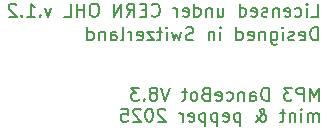
<source format=gbo>
G04 #@! TF.GenerationSoftware,KiCad,Pcbnew,7.0.11-7.0.11~ubuntu22.04.1*
G04 #@! TF.CreationDate,2025-03-19T11:11:56+01:00*
G04 #@! TF.ProjectId,dancebots-pcb,64616e63-6562-46f7-9473-2d7063622e6b,v8.3*
G04 #@! TF.SameCoordinates,Original*
G04 #@! TF.FileFunction,Legend,Bot*
G04 #@! TF.FilePolarity,Positive*
%FSLAX46Y46*%
G04 Gerber Fmt 4.6, Leading zero omitted, Abs format (unit mm)*
G04 Created by KiCad (PCBNEW 7.0.11-7.0.11~ubuntu22.04.1) date 2025-03-19 11:11:56*
%MOMM*%
%LPD*%
G01*
G04 APERTURE LIST*
%ADD10C,0.170000*%
%ADD11C,2.000000*%
%ADD12R,1.700000X1.700000*%
%ADD13C,1.700000*%
%ADD14R,1.800000X1.800000*%
%ADD15C,1.800000*%
%ADD16R,2.000000X2.000000*%
%ADD17C,2.100000*%
%ADD18O,2.000000X1.600000*%
%ADD19O,1.600000X2.000000*%
%ADD20O,1.800000X2.000000*%
%ADD21O,2.000000X1.800000*%
%ADD22O,2.032000X2.540000*%
%ADD23R,1.600000X2.400000*%
%ADD24O,1.600000X2.400000*%
%ADD25R,2.400000X1.600000*%
%ADD26O,2.400000X1.600000*%
%ADD27R,2.000000X3.000000*%
%ADD28O,2.000000X3.000000*%
G04 APERTURE END LIST*
D10*
X136102443Y-106500040D02*
X136626253Y-106500040D01*
X136626253Y-106500040D02*
X136626253Y-105400040D01*
X135735777Y-106500040D02*
X135735777Y-105766707D01*
X135735777Y-105400040D02*
X135788158Y-105452421D01*
X135788158Y-105452421D02*
X135735777Y-105504802D01*
X135735777Y-105504802D02*
X135683396Y-105452421D01*
X135683396Y-105452421D02*
X135735777Y-105400040D01*
X135735777Y-105400040D02*
X135735777Y-105504802D01*
X134740538Y-106447660D02*
X134845300Y-106500040D01*
X134845300Y-106500040D02*
X135054824Y-106500040D01*
X135054824Y-106500040D02*
X135159586Y-106447660D01*
X135159586Y-106447660D02*
X135211967Y-106395279D01*
X135211967Y-106395279D02*
X135264348Y-106290517D01*
X135264348Y-106290517D02*
X135264348Y-105976231D01*
X135264348Y-105976231D02*
X135211967Y-105871469D01*
X135211967Y-105871469D02*
X135159586Y-105819088D01*
X135159586Y-105819088D02*
X135054824Y-105766707D01*
X135054824Y-105766707D02*
X134845300Y-105766707D01*
X134845300Y-105766707D02*
X134740538Y-105819088D01*
X133850062Y-106447660D02*
X133954824Y-106500040D01*
X133954824Y-106500040D02*
X134164348Y-106500040D01*
X134164348Y-106500040D02*
X134269110Y-106447660D01*
X134269110Y-106447660D02*
X134321491Y-106342898D01*
X134321491Y-106342898D02*
X134321491Y-105923850D01*
X134321491Y-105923850D02*
X134269110Y-105819088D01*
X134269110Y-105819088D02*
X134164348Y-105766707D01*
X134164348Y-105766707D02*
X133954824Y-105766707D01*
X133954824Y-105766707D02*
X133850062Y-105819088D01*
X133850062Y-105819088D02*
X133797681Y-105923850D01*
X133797681Y-105923850D02*
X133797681Y-106028612D01*
X133797681Y-106028612D02*
X134321491Y-106133374D01*
X133326253Y-105766707D02*
X133326253Y-106500040D01*
X133326253Y-105871469D02*
X133273872Y-105819088D01*
X133273872Y-105819088D02*
X133169110Y-105766707D01*
X133169110Y-105766707D02*
X133011967Y-105766707D01*
X133011967Y-105766707D02*
X132907205Y-105819088D01*
X132907205Y-105819088D02*
X132854824Y-105923850D01*
X132854824Y-105923850D02*
X132854824Y-106500040D01*
X132383396Y-106447660D02*
X132278634Y-106500040D01*
X132278634Y-106500040D02*
X132069110Y-106500040D01*
X132069110Y-106500040D02*
X131964348Y-106447660D01*
X131964348Y-106447660D02*
X131911967Y-106342898D01*
X131911967Y-106342898D02*
X131911967Y-106290517D01*
X131911967Y-106290517D02*
X131964348Y-106185755D01*
X131964348Y-106185755D02*
X132069110Y-106133374D01*
X132069110Y-106133374D02*
X132226253Y-106133374D01*
X132226253Y-106133374D02*
X132331015Y-106080993D01*
X132331015Y-106080993D02*
X132383396Y-105976231D01*
X132383396Y-105976231D02*
X132383396Y-105923850D01*
X132383396Y-105923850D02*
X132331015Y-105819088D01*
X132331015Y-105819088D02*
X132226253Y-105766707D01*
X132226253Y-105766707D02*
X132069110Y-105766707D01*
X132069110Y-105766707D02*
X131964348Y-105819088D01*
X131021491Y-106447660D02*
X131126253Y-106500040D01*
X131126253Y-106500040D02*
X131335777Y-106500040D01*
X131335777Y-106500040D02*
X131440539Y-106447660D01*
X131440539Y-106447660D02*
X131492920Y-106342898D01*
X131492920Y-106342898D02*
X131492920Y-105923850D01*
X131492920Y-105923850D02*
X131440539Y-105819088D01*
X131440539Y-105819088D02*
X131335777Y-105766707D01*
X131335777Y-105766707D02*
X131126253Y-105766707D01*
X131126253Y-105766707D02*
X131021491Y-105819088D01*
X131021491Y-105819088D02*
X130969110Y-105923850D01*
X130969110Y-105923850D02*
X130969110Y-106028612D01*
X130969110Y-106028612D02*
X131492920Y-106133374D01*
X130026253Y-106500040D02*
X130026253Y-105400040D01*
X130026253Y-106447660D02*
X130131015Y-106500040D01*
X130131015Y-106500040D02*
X130340539Y-106500040D01*
X130340539Y-106500040D02*
X130445301Y-106447660D01*
X130445301Y-106447660D02*
X130497682Y-106395279D01*
X130497682Y-106395279D02*
X130550063Y-106290517D01*
X130550063Y-106290517D02*
X130550063Y-105976231D01*
X130550063Y-105976231D02*
X130497682Y-105871469D01*
X130497682Y-105871469D02*
X130445301Y-105819088D01*
X130445301Y-105819088D02*
X130340539Y-105766707D01*
X130340539Y-105766707D02*
X130131015Y-105766707D01*
X130131015Y-105766707D02*
X130026253Y-105819088D01*
X128192920Y-105766707D02*
X128192920Y-106500040D01*
X128664349Y-105766707D02*
X128664349Y-106342898D01*
X128664349Y-106342898D02*
X128611968Y-106447660D01*
X128611968Y-106447660D02*
X128507206Y-106500040D01*
X128507206Y-106500040D02*
X128350063Y-106500040D01*
X128350063Y-106500040D02*
X128245301Y-106447660D01*
X128245301Y-106447660D02*
X128192920Y-106395279D01*
X127669111Y-105766707D02*
X127669111Y-106500040D01*
X127669111Y-105871469D02*
X127616730Y-105819088D01*
X127616730Y-105819088D02*
X127511968Y-105766707D01*
X127511968Y-105766707D02*
X127354825Y-105766707D01*
X127354825Y-105766707D02*
X127250063Y-105819088D01*
X127250063Y-105819088D02*
X127197682Y-105923850D01*
X127197682Y-105923850D02*
X127197682Y-106500040D01*
X126202444Y-106500040D02*
X126202444Y-105400040D01*
X126202444Y-106447660D02*
X126307206Y-106500040D01*
X126307206Y-106500040D02*
X126516730Y-106500040D01*
X126516730Y-106500040D02*
X126621492Y-106447660D01*
X126621492Y-106447660D02*
X126673873Y-106395279D01*
X126673873Y-106395279D02*
X126726254Y-106290517D01*
X126726254Y-106290517D02*
X126726254Y-105976231D01*
X126726254Y-105976231D02*
X126673873Y-105871469D01*
X126673873Y-105871469D02*
X126621492Y-105819088D01*
X126621492Y-105819088D02*
X126516730Y-105766707D01*
X126516730Y-105766707D02*
X126307206Y-105766707D01*
X126307206Y-105766707D02*
X126202444Y-105819088D01*
X125259587Y-106447660D02*
X125364349Y-106500040D01*
X125364349Y-106500040D02*
X125573873Y-106500040D01*
X125573873Y-106500040D02*
X125678635Y-106447660D01*
X125678635Y-106447660D02*
X125731016Y-106342898D01*
X125731016Y-106342898D02*
X125731016Y-105923850D01*
X125731016Y-105923850D02*
X125678635Y-105819088D01*
X125678635Y-105819088D02*
X125573873Y-105766707D01*
X125573873Y-105766707D02*
X125364349Y-105766707D01*
X125364349Y-105766707D02*
X125259587Y-105819088D01*
X125259587Y-105819088D02*
X125207206Y-105923850D01*
X125207206Y-105923850D02*
X125207206Y-106028612D01*
X125207206Y-106028612D02*
X125731016Y-106133374D01*
X124735778Y-106500040D02*
X124735778Y-105766707D01*
X124735778Y-105976231D02*
X124683397Y-105871469D01*
X124683397Y-105871469D02*
X124631016Y-105819088D01*
X124631016Y-105819088D02*
X124526254Y-105766707D01*
X124526254Y-105766707D02*
X124421492Y-105766707D01*
X122588159Y-106395279D02*
X122640540Y-106447660D01*
X122640540Y-106447660D02*
X122797683Y-106500040D01*
X122797683Y-106500040D02*
X122902445Y-106500040D01*
X122902445Y-106500040D02*
X123059588Y-106447660D01*
X123059588Y-106447660D02*
X123164350Y-106342898D01*
X123164350Y-106342898D02*
X123216731Y-106238136D01*
X123216731Y-106238136D02*
X123269112Y-106028612D01*
X123269112Y-106028612D02*
X123269112Y-105871469D01*
X123269112Y-105871469D02*
X123216731Y-105661945D01*
X123216731Y-105661945D02*
X123164350Y-105557183D01*
X123164350Y-105557183D02*
X123059588Y-105452421D01*
X123059588Y-105452421D02*
X122902445Y-105400040D01*
X122902445Y-105400040D02*
X122797683Y-105400040D01*
X122797683Y-105400040D02*
X122640540Y-105452421D01*
X122640540Y-105452421D02*
X122588159Y-105504802D01*
X122116731Y-105923850D02*
X121750064Y-105923850D01*
X121592921Y-106500040D02*
X122116731Y-106500040D01*
X122116731Y-106500040D02*
X122116731Y-105400040D01*
X122116731Y-105400040D02*
X121592921Y-105400040D01*
X120492921Y-106500040D02*
X120859588Y-105976231D01*
X121121493Y-106500040D02*
X121121493Y-105400040D01*
X121121493Y-105400040D02*
X120702445Y-105400040D01*
X120702445Y-105400040D02*
X120597683Y-105452421D01*
X120597683Y-105452421D02*
X120545302Y-105504802D01*
X120545302Y-105504802D02*
X120492921Y-105609564D01*
X120492921Y-105609564D02*
X120492921Y-105766707D01*
X120492921Y-105766707D02*
X120545302Y-105871469D01*
X120545302Y-105871469D02*
X120597683Y-105923850D01*
X120597683Y-105923850D02*
X120702445Y-105976231D01*
X120702445Y-105976231D02*
X121121493Y-105976231D01*
X120021493Y-106500040D02*
X120021493Y-105400040D01*
X120021493Y-105400040D02*
X119392921Y-106500040D01*
X119392921Y-106500040D02*
X119392921Y-105400040D01*
X117821493Y-105400040D02*
X117611969Y-105400040D01*
X117611969Y-105400040D02*
X117507207Y-105452421D01*
X117507207Y-105452421D02*
X117402445Y-105557183D01*
X117402445Y-105557183D02*
X117350064Y-105766707D01*
X117350064Y-105766707D02*
X117350064Y-106133374D01*
X117350064Y-106133374D02*
X117402445Y-106342898D01*
X117402445Y-106342898D02*
X117507207Y-106447660D01*
X117507207Y-106447660D02*
X117611969Y-106500040D01*
X117611969Y-106500040D02*
X117821493Y-106500040D01*
X117821493Y-106500040D02*
X117926255Y-106447660D01*
X117926255Y-106447660D02*
X118031017Y-106342898D01*
X118031017Y-106342898D02*
X118083398Y-106133374D01*
X118083398Y-106133374D02*
X118083398Y-105766707D01*
X118083398Y-105766707D02*
X118031017Y-105557183D01*
X118031017Y-105557183D02*
X117926255Y-105452421D01*
X117926255Y-105452421D02*
X117821493Y-105400040D01*
X116878636Y-106500040D02*
X116878636Y-105400040D01*
X116878636Y-105923850D02*
X116250064Y-105923850D01*
X116250064Y-106500040D02*
X116250064Y-105400040D01*
X115202445Y-106500040D02*
X115726255Y-106500040D01*
X115726255Y-106500040D02*
X115726255Y-105400040D01*
X114102446Y-105766707D02*
X113840541Y-106500040D01*
X113840541Y-106500040D02*
X113578636Y-105766707D01*
X113159589Y-106395279D02*
X113107208Y-106447660D01*
X113107208Y-106447660D02*
X113159589Y-106500040D01*
X113159589Y-106500040D02*
X113211970Y-106447660D01*
X113211970Y-106447660D02*
X113159589Y-106395279D01*
X113159589Y-106395279D02*
X113159589Y-106500040D01*
X112059588Y-106500040D02*
X112688160Y-106500040D01*
X112373874Y-106500040D02*
X112373874Y-105400040D01*
X112373874Y-105400040D02*
X112478636Y-105557183D01*
X112478636Y-105557183D02*
X112583398Y-105661945D01*
X112583398Y-105661945D02*
X112688160Y-105714326D01*
X111588160Y-106395279D02*
X111535779Y-106447660D01*
X111535779Y-106447660D02*
X111588160Y-106500040D01*
X111588160Y-106500040D02*
X111640541Y-106447660D01*
X111640541Y-106447660D02*
X111588160Y-106395279D01*
X111588160Y-106395279D02*
X111588160Y-106500040D01*
X111116731Y-105504802D02*
X111064350Y-105452421D01*
X111064350Y-105452421D02*
X110959588Y-105400040D01*
X110959588Y-105400040D02*
X110697683Y-105400040D01*
X110697683Y-105400040D02*
X110592921Y-105452421D01*
X110592921Y-105452421D02*
X110540540Y-105504802D01*
X110540540Y-105504802D02*
X110488159Y-105609564D01*
X110488159Y-105609564D02*
X110488159Y-105714326D01*
X110488159Y-105714326D02*
X110540540Y-105871469D01*
X110540540Y-105871469D02*
X111169112Y-106500040D01*
X111169112Y-106500040D02*
X110488159Y-106500040D01*
X136626253Y-108500040D02*
X136626253Y-107400040D01*
X136626253Y-107400040D02*
X136364348Y-107400040D01*
X136364348Y-107400040D02*
X136207205Y-107452421D01*
X136207205Y-107452421D02*
X136102443Y-107557183D01*
X136102443Y-107557183D02*
X136050062Y-107661945D01*
X136050062Y-107661945D02*
X135997681Y-107871469D01*
X135997681Y-107871469D02*
X135997681Y-108028612D01*
X135997681Y-108028612D02*
X136050062Y-108238136D01*
X136050062Y-108238136D02*
X136102443Y-108342898D01*
X136102443Y-108342898D02*
X136207205Y-108447660D01*
X136207205Y-108447660D02*
X136364348Y-108500040D01*
X136364348Y-108500040D02*
X136626253Y-108500040D01*
X135107205Y-108447660D02*
X135211967Y-108500040D01*
X135211967Y-108500040D02*
X135421491Y-108500040D01*
X135421491Y-108500040D02*
X135526253Y-108447660D01*
X135526253Y-108447660D02*
X135578634Y-108342898D01*
X135578634Y-108342898D02*
X135578634Y-107923850D01*
X135578634Y-107923850D02*
X135526253Y-107819088D01*
X135526253Y-107819088D02*
X135421491Y-107766707D01*
X135421491Y-107766707D02*
X135211967Y-107766707D01*
X135211967Y-107766707D02*
X135107205Y-107819088D01*
X135107205Y-107819088D02*
X135054824Y-107923850D01*
X135054824Y-107923850D02*
X135054824Y-108028612D01*
X135054824Y-108028612D02*
X135578634Y-108133374D01*
X134635777Y-108447660D02*
X134531015Y-108500040D01*
X134531015Y-108500040D02*
X134321491Y-108500040D01*
X134321491Y-108500040D02*
X134216729Y-108447660D01*
X134216729Y-108447660D02*
X134164348Y-108342898D01*
X134164348Y-108342898D02*
X134164348Y-108290517D01*
X134164348Y-108290517D02*
X134216729Y-108185755D01*
X134216729Y-108185755D02*
X134321491Y-108133374D01*
X134321491Y-108133374D02*
X134478634Y-108133374D01*
X134478634Y-108133374D02*
X134583396Y-108080993D01*
X134583396Y-108080993D02*
X134635777Y-107976231D01*
X134635777Y-107976231D02*
X134635777Y-107923850D01*
X134635777Y-107923850D02*
X134583396Y-107819088D01*
X134583396Y-107819088D02*
X134478634Y-107766707D01*
X134478634Y-107766707D02*
X134321491Y-107766707D01*
X134321491Y-107766707D02*
X134216729Y-107819088D01*
X133692920Y-108500040D02*
X133692920Y-107766707D01*
X133692920Y-107400040D02*
X133745301Y-107452421D01*
X133745301Y-107452421D02*
X133692920Y-107504802D01*
X133692920Y-107504802D02*
X133640539Y-107452421D01*
X133640539Y-107452421D02*
X133692920Y-107400040D01*
X133692920Y-107400040D02*
X133692920Y-107504802D01*
X132697681Y-107766707D02*
X132697681Y-108657183D01*
X132697681Y-108657183D02*
X132750062Y-108761945D01*
X132750062Y-108761945D02*
X132802443Y-108814326D01*
X132802443Y-108814326D02*
X132907205Y-108866707D01*
X132907205Y-108866707D02*
X133064348Y-108866707D01*
X133064348Y-108866707D02*
X133169110Y-108814326D01*
X132697681Y-108447660D02*
X132802443Y-108500040D01*
X132802443Y-108500040D02*
X133011967Y-108500040D01*
X133011967Y-108500040D02*
X133116729Y-108447660D01*
X133116729Y-108447660D02*
X133169110Y-108395279D01*
X133169110Y-108395279D02*
X133221491Y-108290517D01*
X133221491Y-108290517D02*
X133221491Y-107976231D01*
X133221491Y-107976231D02*
X133169110Y-107871469D01*
X133169110Y-107871469D02*
X133116729Y-107819088D01*
X133116729Y-107819088D02*
X133011967Y-107766707D01*
X133011967Y-107766707D02*
X132802443Y-107766707D01*
X132802443Y-107766707D02*
X132697681Y-107819088D01*
X132173872Y-107766707D02*
X132173872Y-108500040D01*
X132173872Y-107871469D02*
X132121491Y-107819088D01*
X132121491Y-107819088D02*
X132016729Y-107766707D01*
X132016729Y-107766707D02*
X131859586Y-107766707D01*
X131859586Y-107766707D02*
X131754824Y-107819088D01*
X131754824Y-107819088D02*
X131702443Y-107923850D01*
X131702443Y-107923850D02*
X131702443Y-108500040D01*
X130759586Y-108447660D02*
X130864348Y-108500040D01*
X130864348Y-108500040D02*
X131073872Y-108500040D01*
X131073872Y-108500040D02*
X131178634Y-108447660D01*
X131178634Y-108447660D02*
X131231015Y-108342898D01*
X131231015Y-108342898D02*
X131231015Y-107923850D01*
X131231015Y-107923850D02*
X131178634Y-107819088D01*
X131178634Y-107819088D02*
X131073872Y-107766707D01*
X131073872Y-107766707D02*
X130864348Y-107766707D01*
X130864348Y-107766707D02*
X130759586Y-107819088D01*
X130759586Y-107819088D02*
X130707205Y-107923850D01*
X130707205Y-107923850D02*
X130707205Y-108028612D01*
X130707205Y-108028612D02*
X131231015Y-108133374D01*
X129764348Y-108500040D02*
X129764348Y-107400040D01*
X129764348Y-108447660D02*
X129869110Y-108500040D01*
X129869110Y-108500040D02*
X130078634Y-108500040D01*
X130078634Y-108500040D02*
X130183396Y-108447660D01*
X130183396Y-108447660D02*
X130235777Y-108395279D01*
X130235777Y-108395279D02*
X130288158Y-108290517D01*
X130288158Y-108290517D02*
X130288158Y-107976231D01*
X130288158Y-107976231D02*
X130235777Y-107871469D01*
X130235777Y-107871469D02*
X130183396Y-107819088D01*
X130183396Y-107819088D02*
X130078634Y-107766707D01*
X130078634Y-107766707D02*
X129869110Y-107766707D01*
X129869110Y-107766707D02*
X129764348Y-107819088D01*
X128402444Y-108500040D02*
X128402444Y-107766707D01*
X128402444Y-107400040D02*
X128454825Y-107452421D01*
X128454825Y-107452421D02*
X128402444Y-107504802D01*
X128402444Y-107504802D02*
X128350063Y-107452421D01*
X128350063Y-107452421D02*
X128402444Y-107400040D01*
X128402444Y-107400040D02*
X128402444Y-107504802D01*
X127878634Y-107766707D02*
X127878634Y-108500040D01*
X127878634Y-107871469D02*
X127826253Y-107819088D01*
X127826253Y-107819088D02*
X127721491Y-107766707D01*
X127721491Y-107766707D02*
X127564348Y-107766707D01*
X127564348Y-107766707D02*
X127459586Y-107819088D01*
X127459586Y-107819088D02*
X127407205Y-107923850D01*
X127407205Y-107923850D02*
X127407205Y-108500040D01*
X126097682Y-108447660D02*
X125940539Y-108500040D01*
X125940539Y-108500040D02*
X125678634Y-108500040D01*
X125678634Y-108500040D02*
X125573872Y-108447660D01*
X125573872Y-108447660D02*
X125521491Y-108395279D01*
X125521491Y-108395279D02*
X125469110Y-108290517D01*
X125469110Y-108290517D02*
X125469110Y-108185755D01*
X125469110Y-108185755D02*
X125521491Y-108080993D01*
X125521491Y-108080993D02*
X125573872Y-108028612D01*
X125573872Y-108028612D02*
X125678634Y-107976231D01*
X125678634Y-107976231D02*
X125888158Y-107923850D01*
X125888158Y-107923850D02*
X125992920Y-107871469D01*
X125992920Y-107871469D02*
X126045301Y-107819088D01*
X126045301Y-107819088D02*
X126097682Y-107714326D01*
X126097682Y-107714326D02*
X126097682Y-107609564D01*
X126097682Y-107609564D02*
X126045301Y-107504802D01*
X126045301Y-107504802D02*
X125992920Y-107452421D01*
X125992920Y-107452421D02*
X125888158Y-107400040D01*
X125888158Y-107400040D02*
X125626253Y-107400040D01*
X125626253Y-107400040D02*
X125469110Y-107452421D01*
X125102444Y-107766707D02*
X124892920Y-108500040D01*
X124892920Y-108500040D02*
X124683396Y-107976231D01*
X124683396Y-107976231D02*
X124473872Y-108500040D01*
X124473872Y-108500040D02*
X124264348Y-107766707D01*
X123845301Y-108500040D02*
X123845301Y-107766707D01*
X123845301Y-107400040D02*
X123897682Y-107452421D01*
X123897682Y-107452421D02*
X123845301Y-107504802D01*
X123845301Y-107504802D02*
X123792920Y-107452421D01*
X123792920Y-107452421D02*
X123845301Y-107400040D01*
X123845301Y-107400040D02*
X123845301Y-107504802D01*
X123478634Y-107766707D02*
X123059586Y-107766707D01*
X123321491Y-107400040D02*
X123321491Y-108342898D01*
X123321491Y-108342898D02*
X123269110Y-108447660D01*
X123269110Y-108447660D02*
X123164348Y-108500040D01*
X123164348Y-108500040D02*
X123059586Y-108500040D01*
X122797682Y-107766707D02*
X122221491Y-107766707D01*
X122221491Y-107766707D02*
X122797682Y-108500040D01*
X122797682Y-108500040D02*
X122221491Y-108500040D01*
X121383396Y-108447660D02*
X121488158Y-108500040D01*
X121488158Y-108500040D02*
X121697682Y-108500040D01*
X121697682Y-108500040D02*
X121802444Y-108447660D01*
X121802444Y-108447660D02*
X121854825Y-108342898D01*
X121854825Y-108342898D02*
X121854825Y-107923850D01*
X121854825Y-107923850D02*
X121802444Y-107819088D01*
X121802444Y-107819088D02*
X121697682Y-107766707D01*
X121697682Y-107766707D02*
X121488158Y-107766707D01*
X121488158Y-107766707D02*
X121383396Y-107819088D01*
X121383396Y-107819088D02*
X121331015Y-107923850D01*
X121331015Y-107923850D02*
X121331015Y-108028612D01*
X121331015Y-108028612D02*
X121854825Y-108133374D01*
X120859587Y-108500040D02*
X120859587Y-107766707D01*
X120859587Y-107976231D02*
X120807206Y-107871469D01*
X120807206Y-107871469D02*
X120754825Y-107819088D01*
X120754825Y-107819088D02*
X120650063Y-107766707D01*
X120650063Y-107766707D02*
X120545301Y-107766707D01*
X120021492Y-108500040D02*
X120126254Y-108447660D01*
X120126254Y-108447660D02*
X120178635Y-108342898D01*
X120178635Y-108342898D02*
X120178635Y-107400040D01*
X119131016Y-108500040D02*
X119131016Y-107923850D01*
X119131016Y-107923850D02*
X119183397Y-107819088D01*
X119183397Y-107819088D02*
X119288159Y-107766707D01*
X119288159Y-107766707D02*
X119497683Y-107766707D01*
X119497683Y-107766707D02*
X119602445Y-107819088D01*
X119131016Y-108447660D02*
X119235778Y-108500040D01*
X119235778Y-108500040D02*
X119497683Y-108500040D01*
X119497683Y-108500040D02*
X119602445Y-108447660D01*
X119602445Y-108447660D02*
X119654826Y-108342898D01*
X119654826Y-108342898D02*
X119654826Y-108238136D01*
X119654826Y-108238136D02*
X119602445Y-108133374D01*
X119602445Y-108133374D02*
X119497683Y-108080993D01*
X119497683Y-108080993D02*
X119235778Y-108080993D01*
X119235778Y-108080993D02*
X119131016Y-108028612D01*
X118607207Y-107766707D02*
X118607207Y-108500040D01*
X118607207Y-107871469D02*
X118554826Y-107819088D01*
X118554826Y-107819088D02*
X118450064Y-107766707D01*
X118450064Y-107766707D02*
X118292921Y-107766707D01*
X118292921Y-107766707D02*
X118188159Y-107819088D01*
X118188159Y-107819088D02*
X118135778Y-107923850D01*
X118135778Y-107923850D02*
X118135778Y-108500040D01*
X117140540Y-108500040D02*
X117140540Y-107400040D01*
X117140540Y-108447660D02*
X117245302Y-108500040D01*
X117245302Y-108500040D02*
X117454826Y-108500040D01*
X117454826Y-108500040D02*
X117559588Y-108447660D01*
X117559588Y-108447660D02*
X117611969Y-108395279D01*
X117611969Y-108395279D02*
X117664350Y-108290517D01*
X117664350Y-108290517D02*
X117664350Y-107976231D01*
X117664350Y-107976231D02*
X117611969Y-107871469D01*
X117611969Y-107871469D02*
X117559588Y-107819088D01*
X117559588Y-107819088D02*
X117454826Y-107766707D01*
X117454826Y-107766707D02*
X117245302Y-107766707D01*
X117245302Y-107766707D02*
X117140540Y-107819088D01*
X136726253Y-113614540D02*
X136726253Y-112514540D01*
X136726253Y-112514540D02*
X136359586Y-113300255D01*
X136359586Y-113300255D02*
X135992919Y-112514540D01*
X135992919Y-112514540D02*
X135992919Y-113614540D01*
X135469110Y-113614540D02*
X135469110Y-112514540D01*
X135469110Y-112514540D02*
X135050062Y-112514540D01*
X135050062Y-112514540D02*
X134945300Y-112566921D01*
X134945300Y-112566921D02*
X134892919Y-112619302D01*
X134892919Y-112619302D02*
X134840538Y-112724064D01*
X134840538Y-112724064D02*
X134840538Y-112881207D01*
X134840538Y-112881207D02*
X134892919Y-112985969D01*
X134892919Y-112985969D02*
X134945300Y-113038350D01*
X134945300Y-113038350D02*
X135050062Y-113090731D01*
X135050062Y-113090731D02*
X135469110Y-113090731D01*
X134473872Y-112514540D02*
X133792919Y-112514540D01*
X133792919Y-112514540D02*
X134159586Y-112933588D01*
X134159586Y-112933588D02*
X134002443Y-112933588D01*
X134002443Y-112933588D02*
X133897681Y-112985969D01*
X133897681Y-112985969D02*
X133845300Y-113038350D01*
X133845300Y-113038350D02*
X133792919Y-113143112D01*
X133792919Y-113143112D02*
X133792919Y-113405017D01*
X133792919Y-113405017D02*
X133845300Y-113509779D01*
X133845300Y-113509779D02*
X133897681Y-113562160D01*
X133897681Y-113562160D02*
X134002443Y-113614540D01*
X134002443Y-113614540D02*
X134316729Y-113614540D01*
X134316729Y-113614540D02*
X134421491Y-113562160D01*
X134421491Y-113562160D02*
X134473872Y-113509779D01*
X132483396Y-113614540D02*
X132483396Y-112514540D01*
X132483396Y-112514540D02*
X132221491Y-112514540D01*
X132221491Y-112514540D02*
X132064348Y-112566921D01*
X132064348Y-112566921D02*
X131959586Y-112671683D01*
X131959586Y-112671683D02*
X131907205Y-112776445D01*
X131907205Y-112776445D02*
X131854824Y-112985969D01*
X131854824Y-112985969D02*
X131854824Y-113143112D01*
X131854824Y-113143112D02*
X131907205Y-113352636D01*
X131907205Y-113352636D02*
X131959586Y-113457398D01*
X131959586Y-113457398D02*
X132064348Y-113562160D01*
X132064348Y-113562160D02*
X132221491Y-113614540D01*
X132221491Y-113614540D02*
X132483396Y-113614540D01*
X130911967Y-113614540D02*
X130911967Y-113038350D01*
X130911967Y-113038350D02*
X130964348Y-112933588D01*
X130964348Y-112933588D02*
X131069110Y-112881207D01*
X131069110Y-112881207D02*
X131278634Y-112881207D01*
X131278634Y-112881207D02*
X131383396Y-112933588D01*
X130911967Y-113562160D02*
X131016729Y-113614540D01*
X131016729Y-113614540D02*
X131278634Y-113614540D01*
X131278634Y-113614540D02*
X131383396Y-113562160D01*
X131383396Y-113562160D02*
X131435777Y-113457398D01*
X131435777Y-113457398D02*
X131435777Y-113352636D01*
X131435777Y-113352636D02*
X131383396Y-113247874D01*
X131383396Y-113247874D02*
X131278634Y-113195493D01*
X131278634Y-113195493D02*
X131016729Y-113195493D01*
X131016729Y-113195493D02*
X130911967Y-113143112D01*
X130388158Y-112881207D02*
X130388158Y-113614540D01*
X130388158Y-112985969D02*
X130335777Y-112933588D01*
X130335777Y-112933588D02*
X130231015Y-112881207D01*
X130231015Y-112881207D02*
X130073872Y-112881207D01*
X130073872Y-112881207D02*
X129969110Y-112933588D01*
X129969110Y-112933588D02*
X129916729Y-113038350D01*
X129916729Y-113038350D02*
X129916729Y-113614540D01*
X128921491Y-113562160D02*
X129026253Y-113614540D01*
X129026253Y-113614540D02*
X129235777Y-113614540D01*
X129235777Y-113614540D02*
X129340539Y-113562160D01*
X129340539Y-113562160D02*
X129392920Y-113509779D01*
X129392920Y-113509779D02*
X129445301Y-113405017D01*
X129445301Y-113405017D02*
X129445301Y-113090731D01*
X129445301Y-113090731D02*
X129392920Y-112985969D01*
X129392920Y-112985969D02*
X129340539Y-112933588D01*
X129340539Y-112933588D02*
X129235777Y-112881207D01*
X129235777Y-112881207D02*
X129026253Y-112881207D01*
X129026253Y-112881207D02*
X128921491Y-112933588D01*
X128031015Y-113562160D02*
X128135777Y-113614540D01*
X128135777Y-113614540D02*
X128345301Y-113614540D01*
X128345301Y-113614540D02*
X128450063Y-113562160D01*
X128450063Y-113562160D02*
X128502444Y-113457398D01*
X128502444Y-113457398D02*
X128502444Y-113038350D01*
X128502444Y-113038350D02*
X128450063Y-112933588D01*
X128450063Y-112933588D02*
X128345301Y-112881207D01*
X128345301Y-112881207D02*
X128135777Y-112881207D01*
X128135777Y-112881207D02*
X128031015Y-112933588D01*
X128031015Y-112933588D02*
X127978634Y-113038350D01*
X127978634Y-113038350D02*
X127978634Y-113143112D01*
X127978634Y-113143112D02*
X128502444Y-113247874D01*
X127140539Y-113038350D02*
X126983396Y-113090731D01*
X126983396Y-113090731D02*
X126931015Y-113143112D01*
X126931015Y-113143112D02*
X126878634Y-113247874D01*
X126878634Y-113247874D02*
X126878634Y-113405017D01*
X126878634Y-113405017D02*
X126931015Y-113509779D01*
X126931015Y-113509779D02*
X126983396Y-113562160D01*
X126983396Y-113562160D02*
X127088158Y-113614540D01*
X127088158Y-113614540D02*
X127507206Y-113614540D01*
X127507206Y-113614540D02*
X127507206Y-112514540D01*
X127507206Y-112514540D02*
X127140539Y-112514540D01*
X127140539Y-112514540D02*
X127035777Y-112566921D01*
X127035777Y-112566921D02*
X126983396Y-112619302D01*
X126983396Y-112619302D02*
X126931015Y-112724064D01*
X126931015Y-112724064D02*
X126931015Y-112828826D01*
X126931015Y-112828826D02*
X126983396Y-112933588D01*
X126983396Y-112933588D02*
X127035777Y-112985969D01*
X127035777Y-112985969D02*
X127140539Y-113038350D01*
X127140539Y-113038350D02*
X127507206Y-113038350D01*
X126250063Y-113614540D02*
X126354825Y-113562160D01*
X126354825Y-113562160D02*
X126407206Y-113509779D01*
X126407206Y-113509779D02*
X126459587Y-113405017D01*
X126459587Y-113405017D02*
X126459587Y-113090731D01*
X126459587Y-113090731D02*
X126407206Y-112985969D01*
X126407206Y-112985969D02*
X126354825Y-112933588D01*
X126354825Y-112933588D02*
X126250063Y-112881207D01*
X126250063Y-112881207D02*
X126092920Y-112881207D01*
X126092920Y-112881207D02*
X125988158Y-112933588D01*
X125988158Y-112933588D02*
X125935777Y-112985969D01*
X125935777Y-112985969D02*
X125883396Y-113090731D01*
X125883396Y-113090731D02*
X125883396Y-113405017D01*
X125883396Y-113405017D02*
X125935777Y-113509779D01*
X125935777Y-113509779D02*
X125988158Y-113562160D01*
X125988158Y-113562160D02*
X126092920Y-113614540D01*
X126092920Y-113614540D02*
X126250063Y-113614540D01*
X125569111Y-112881207D02*
X125150063Y-112881207D01*
X125411968Y-112514540D02*
X125411968Y-113457398D01*
X125411968Y-113457398D02*
X125359587Y-113562160D01*
X125359587Y-113562160D02*
X125254825Y-113614540D01*
X125254825Y-113614540D02*
X125150063Y-113614540D01*
X124102445Y-112514540D02*
X123735778Y-113614540D01*
X123735778Y-113614540D02*
X123369111Y-112514540D01*
X122845302Y-112985969D02*
X122950064Y-112933588D01*
X122950064Y-112933588D02*
X123002445Y-112881207D01*
X123002445Y-112881207D02*
X123054826Y-112776445D01*
X123054826Y-112776445D02*
X123054826Y-112724064D01*
X123054826Y-112724064D02*
X123002445Y-112619302D01*
X123002445Y-112619302D02*
X122950064Y-112566921D01*
X122950064Y-112566921D02*
X122845302Y-112514540D01*
X122845302Y-112514540D02*
X122635778Y-112514540D01*
X122635778Y-112514540D02*
X122531016Y-112566921D01*
X122531016Y-112566921D02*
X122478635Y-112619302D01*
X122478635Y-112619302D02*
X122426254Y-112724064D01*
X122426254Y-112724064D02*
X122426254Y-112776445D01*
X122426254Y-112776445D02*
X122478635Y-112881207D01*
X122478635Y-112881207D02*
X122531016Y-112933588D01*
X122531016Y-112933588D02*
X122635778Y-112985969D01*
X122635778Y-112985969D02*
X122845302Y-112985969D01*
X122845302Y-112985969D02*
X122950064Y-113038350D01*
X122950064Y-113038350D02*
X123002445Y-113090731D01*
X123002445Y-113090731D02*
X123054826Y-113195493D01*
X123054826Y-113195493D02*
X123054826Y-113405017D01*
X123054826Y-113405017D02*
X123002445Y-113509779D01*
X123002445Y-113509779D02*
X122950064Y-113562160D01*
X122950064Y-113562160D02*
X122845302Y-113614540D01*
X122845302Y-113614540D02*
X122635778Y-113614540D01*
X122635778Y-113614540D02*
X122531016Y-113562160D01*
X122531016Y-113562160D02*
X122478635Y-113509779D01*
X122478635Y-113509779D02*
X122426254Y-113405017D01*
X122426254Y-113405017D02*
X122426254Y-113195493D01*
X122426254Y-113195493D02*
X122478635Y-113090731D01*
X122478635Y-113090731D02*
X122531016Y-113038350D01*
X122531016Y-113038350D02*
X122635778Y-112985969D01*
X121954826Y-113509779D02*
X121902445Y-113562160D01*
X121902445Y-113562160D02*
X121954826Y-113614540D01*
X121954826Y-113614540D02*
X122007207Y-113562160D01*
X122007207Y-113562160D02*
X121954826Y-113509779D01*
X121954826Y-113509779D02*
X121954826Y-113614540D01*
X121535778Y-112514540D02*
X120854825Y-112514540D01*
X120854825Y-112514540D02*
X121221492Y-112933588D01*
X121221492Y-112933588D02*
X121064349Y-112933588D01*
X121064349Y-112933588D02*
X120959587Y-112985969D01*
X120959587Y-112985969D02*
X120907206Y-113038350D01*
X120907206Y-113038350D02*
X120854825Y-113143112D01*
X120854825Y-113143112D02*
X120854825Y-113405017D01*
X120854825Y-113405017D02*
X120907206Y-113509779D01*
X120907206Y-113509779D02*
X120959587Y-113562160D01*
X120959587Y-113562160D02*
X121064349Y-113614540D01*
X121064349Y-113614540D02*
X121378635Y-113614540D01*
X121378635Y-113614540D02*
X121483397Y-113562160D01*
X121483397Y-113562160D02*
X121535778Y-113509779D01*
X136726253Y-115385540D02*
X136726253Y-114652207D01*
X136726253Y-114756969D02*
X136673872Y-114704588D01*
X136673872Y-114704588D02*
X136569110Y-114652207D01*
X136569110Y-114652207D02*
X136411967Y-114652207D01*
X136411967Y-114652207D02*
X136307205Y-114704588D01*
X136307205Y-114704588D02*
X136254824Y-114809350D01*
X136254824Y-114809350D02*
X136254824Y-115385540D01*
X136254824Y-114809350D02*
X136202443Y-114704588D01*
X136202443Y-114704588D02*
X136097681Y-114652207D01*
X136097681Y-114652207D02*
X135940538Y-114652207D01*
X135940538Y-114652207D02*
X135835777Y-114704588D01*
X135835777Y-114704588D02*
X135783396Y-114809350D01*
X135783396Y-114809350D02*
X135783396Y-115385540D01*
X135259586Y-115385540D02*
X135259586Y-114652207D01*
X135259586Y-114285540D02*
X135311967Y-114337921D01*
X135311967Y-114337921D02*
X135259586Y-114390302D01*
X135259586Y-114390302D02*
X135207205Y-114337921D01*
X135207205Y-114337921D02*
X135259586Y-114285540D01*
X135259586Y-114285540D02*
X135259586Y-114390302D01*
X134735776Y-114652207D02*
X134735776Y-115385540D01*
X134735776Y-114756969D02*
X134683395Y-114704588D01*
X134683395Y-114704588D02*
X134578633Y-114652207D01*
X134578633Y-114652207D02*
X134421490Y-114652207D01*
X134421490Y-114652207D02*
X134316728Y-114704588D01*
X134316728Y-114704588D02*
X134264347Y-114809350D01*
X134264347Y-114809350D02*
X134264347Y-115385540D01*
X133897681Y-114652207D02*
X133478633Y-114652207D01*
X133740538Y-114285540D02*
X133740538Y-115228398D01*
X133740538Y-115228398D02*
X133688157Y-115333160D01*
X133688157Y-115333160D02*
X133583395Y-115385540D01*
X133583395Y-115385540D02*
X133478633Y-115385540D01*
X131383396Y-115385540D02*
X131435777Y-115385540D01*
X131435777Y-115385540D02*
X131540538Y-115333160D01*
X131540538Y-115333160D02*
X131697681Y-115176017D01*
X131697681Y-115176017D02*
X131959586Y-114861731D01*
X131959586Y-114861731D02*
X132064348Y-114704588D01*
X132064348Y-114704588D02*
X132116729Y-114547445D01*
X132116729Y-114547445D02*
X132116729Y-114442683D01*
X132116729Y-114442683D02*
X132064348Y-114337921D01*
X132064348Y-114337921D02*
X131959586Y-114285540D01*
X131959586Y-114285540D02*
X131907205Y-114285540D01*
X131907205Y-114285540D02*
X131802443Y-114337921D01*
X131802443Y-114337921D02*
X131750062Y-114442683D01*
X131750062Y-114442683D02*
X131750062Y-114495064D01*
X131750062Y-114495064D02*
X131802443Y-114599826D01*
X131802443Y-114599826D02*
X131854824Y-114652207D01*
X131854824Y-114652207D02*
X132169110Y-114861731D01*
X132169110Y-114861731D02*
X132221491Y-114914112D01*
X132221491Y-114914112D02*
X132273872Y-115018874D01*
X132273872Y-115018874D02*
X132273872Y-115176017D01*
X132273872Y-115176017D02*
X132221491Y-115280779D01*
X132221491Y-115280779D02*
X132169110Y-115333160D01*
X132169110Y-115333160D02*
X132064348Y-115385540D01*
X132064348Y-115385540D02*
X131907205Y-115385540D01*
X131907205Y-115385540D02*
X131802443Y-115333160D01*
X131802443Y-115333160D02*
X131750062Y-115280779D01*
X131750062Y-115280779D02*
X131592919Y-115071255D01*
X131592919Y-115071255D02*
X131540538Y-114914112D01*
X131540538Y-114914112D02*
X131540538Y-114809350D01*
X130073872Y-114652207D02*
X130073872Y-115752207D01*
X130073872Y-114704588D02*
X129969110Y-114652207D01*
X129969110Y-114652207D02*
X129759586Y-114652207D01*
X129759586Y-114652207D02*
X129654824Y-114704588D01*
X129654824Y-114704588D02*
X129602443Y-114756969D01*
X129602443Y-114756969D02*
X129550062Y-114861731D01*
X129550062Y-114861731D02*
X129550062Y-115176017D01*
X129550062Y-115176017D02*
X129602443Y-115280779D01*
X129602443Y-115280779D02*
X129654824Y-115333160D01*
X129654824Y-115333160D02*
X129759586Y-115385540D01*
X129759586Y-115385540D02*
X129969110Y-115385540D01*
X129969110Y-115385540D02*
X130073872Y-115333160D01*
X128659586Y-115333160D02*
X128764348Y-115385540D01*
X128764348Y-115385540D02*
X128973872Y-115385540D01*
X128973872Y-115385540D02*
X129078634Y-115333160D01*
X129078634Y-115333160D02*
X129131015Y-115228398D01*
X129131015Y-115228398D02*
X129131015Y-114809350D01*
X129131015Y-114809350D02*
X129078634Y-114704588D01*
X129078634Y-114704588D02*
X128973872Y-114652207D01*
X128973872Y-114652207D02*
X128764348Y-114652207D01*
X128764348Y-114652207D02*
X128659586Y-114704588D01*
X128659586Y-114704588D02*
X128607205Y-114809350D01*
X128607205Y-114809350D02*
X128607205Y-114914112D01*
X128607205Y-114914112D02*
X129131015Y-115018874D01*
X128135777Y-114652207D02*
X128135777Y-115752207D01*
X128135777Y-114704588D02*
X128031015Y-114652207D01*
X128031015Y-114652207D02*
X127821491Y-114652207D01*
X127821491Y-114652207D02*
X127716729Y-114704588D01*
X127716729Y-114704588D02*
X127664348Y-114756969D01*
X127664348Y-114756969D02*
X127611967Y-114861731D01*
X127611967Y-114861731D02*
X127611967Y-115176017D01*
X127611967Y-115176017D02*
X127664348Y-115280779D01*
X127664348Y-115280779D02*
X127716729Y-115333160D01*
X127716729Y-115333160D02*
X127821491Y-115385540D01*
X127821491Y-115385540D02*
X128031015Y-115385540D01*
X128031015Y-115385540D02*
X128135777Y-115333160D01*
X127140539Y-114652207D02*
X127140539Y-115752207D01*
X127140539Y-114704588D02*
X127035777Y-114652207D01*
X127035777Y-114652207D02*
X126826253Y-114652207D01*
X126826253Y-114652207D02*
X126721491Y-114704588D01*
X126721491Y-114704588D02*
X126669110Y-114756969D01*
X126669110Y-114756969D02*
X126616729Y-114861731D01*
X126616729Y-114861731D02*
X126616729Y-115176017D01*
X126616729Y-115176017D02*
X126669110Y-115280779D01*
X126669110Y-115280779D02*
X126721491Y-115333160D01*
X126721491Y-115333160D02*
X126826253Y-115385540D01*
X126826253Y-115385540D02*
X127035777Y-115385540D01*
X127035777Y-115385540D02*
X127140539Y-115333160D01*
X125726253Y-115333160D02*
X125831015Y-115385540D01*
X125831015Y-115385540D02*
X126040539Y-115385540D01*
X126040539Y-115385540D02*
X126145301Y-115333160D01*
X126145301Y-115333160D02*
X126197682Y-115228398D01*
X126197682Y-115228398D02*
X126197682Y-114809350D01*
X126197682Y-114809350D02*
X126145301Y-114704588D01*
X126145301Y-114704588D02*
X126040539Y-114652207D01*
X126040539Y-114652207D02*
X125831015Y-114652207D01*
X125831015Y-114652207D02*
X125726253Y-114704588D01*
X125726253Y-114704588D02*
X125673872Y-114809350D01*
X125673872Y-114809350D02*
X125673872Y-114914112D01*
X125673872Y-114914112D02*
X126197682Y-115018874D01*
X125202444Y-115385540D02*
X125202444Y-114652207D01*
X125202444Y-114861731D02*
X125150063Y-114756969D01*
X125150063Y-114756969D02*
X125097682Y-114704588D01*
X125097682Y-114704588D02*
X124992920Y-114652207D01*
X124992920Y-114652207D02*
X124888158Y-114652207D01*
X123735778Y-114390302D02*
X123683397Y-114337921D01*
X123683397Y-114337921D02*
X123578635Y-114285540D01*
X123578635Y-114285540D02*
X123316730Y-114285540D01*
X123316730Y-114285540D02*
X123211968Y-114337921D01*
X123211968Y-114337921D02*
X123159587Y-114390302D01*
X123159587Y-114390302D02*
X123107206Y-114495064D01*
X123107206Y-114495064D02*
X123107206Y-114599826D01*
X123107206Y-114599826D02*
X123159587Y-114756969D01*
X123159587Y-114756969D02*
X123788159Y-115385540D01*
X123788159Y-115385540D02*
X123107206Y-115385540D01*
X122426254Y-114285540D02*
X122321492Y-114285540D01*
X122321492Y-114285540D02*
X122216730Y-114337921D01*
X122216730Y-114337921D02*
X122164349Y-114390302D01*
X122164349Y-114390302D02*
X122111968Y-114495064D01*
X122111968Y-114495064D02*
X122059587Y-114704588D01*
X122059587Y-114704588D02*
X122059587Y-114966493D01*
X122059587Y-114966493D02*
X122111968Y-115176017D01*
X122111968Y-115176017D02*
X122164349Y-115280779D01*
X122164349Y-115280779D02*
X122216730Y-115333160D01*
X122216730Y-115333160D02*
X122321492Y-115385540D01*
X122321492Y-115385540D02*
X122426254Y-115385540D01*
X122426254Y-115385540D02*
X122531016Y-115333160D01*
X122531016Y-115333160D02*
X122583397Y-115280779D01*
X122583397Y-115280779D02*
X122635778Y-115176017D01*
X122635778Y-115176017D02*
X122688159Y-114966493D01*
X122688159Y-114966493D02*
X122688159Y-114704588D01*
X122688159Y-114704588D02*
X122635778Y-114495064D01*
X122635778Y-114495064D02*
X122583397Y-114390302D01*
X122583397Y-114390302D02*
X122531016Y-114337921D01*
X122531016Y-114337921D02*
X122426254Y-114285540D01*
X121640540Y-114390302D02*
X121588159Y-114337921D01*
X121588159Y-114337921D02*
X121483397Y-114285540D01*
X121483397Y-114285540D02*
X121221492Y-114285540D01*
X121221492Y-114285540D02*
X121116730Y-114337921D01*
X121116730Y-114337921D02*
X121064349Y-114390302D01*
X121064349Y-114390302D02*
X121011968Y-114495064D01*
X121011968Y-114495064D02*
X121011968Y-114599826D01*
X121011968Y-114599826D02*
X121064349Y-114756969D01*
X121064349Y-114756969D02*
X121692921Y-115385540D01*
X121692921Y-115385540D02*
X121011968Y-115385540D01*
X120016730Y-114285540D02*
X120540540Y-114285540D01*
X120540540Y-114285540D02*
X120592921Y-114809350D01*
X120592921Y-114809350D02*
X120540540Y-114756969D01*
X120540540Y-114756969D02*
X120435778Y-114704588D01*
X120435778Y-114704588D02*
X120173873Y-114704588D01*
X120173873Y-114704588D02*
X120069111Y-114756969D01*
X120069111Y-114756969D02*
X120016730Y-114809350D01*
X120016730Y-114809350D02*
X119964349Y-114914112D01*
X119964349Y-114914112D02*
X119964349Y-115176017D01*
X119964349Y-115176017D02*
X120016730Y-115280779D01*
X120016730Y-115280779D02*
X120069111Y-115333160D01*
X120069111Y-115333160D02*
X120173873Y-115385540D01*
X120173873Y-115385540D02*
X120435778Y-115385540D01*
X120435778Y-115385540D02*
X120540540Y-115333160D01*
X120540540Y-115333160D02*
X120592921Y-115280779D01*
%LPC*%
D11*
X101435000Y-102500000D03*
X106515000Y-102500000D03*
D12*
X113500000Y-100500000D03*
D13*
X113500000Y-98500000D03*
D11*
X140500000Y-91460000D03*
X140500000Y-96540000D03*
X113700000Y-125040000D03*
X113700000Y-119960000D03*
X141960000Y-118500000D03*
X147040000Y-118500000D03*
X141485000Y-132625000D03*
X146565000Y-132625000D03*
D14*
X146550000Y-136300000D03*
D15*
X146550000Y-138800000D03*
D11*
X124500000Y-134540000D03*
X124500000Y-129460000D03*
D14*
X115600000Y-93800000D03*
D15*
X113060000Y-93800000D03*
D16*
X103530000Y-92200000D03*
D17*
X106070000Y-92200000D03*
D18*
X106500000Y-98500000D03*
X106500000Y-96500000D03*
X143500000Y-96500000D03*
X143500000Y-98500000D03*
D19*
X147800000Y-142325000D03*
X145800000Y-142325000D03*
D11*
X105000000Y-148270000D03*
X105000000Y-145730000D03*
X109500000Y-148270000D03*
X109500000Y-145730000D03*
X114000000Y-148270000D03*
X114000000Y-145730000D03*
X118500000Y-148270000D03*
X118500000Y-145730000D03*
X123000000Y-148270000D03*
X123000000Y-145730000D03*
X127500000Y-148270000D03*
X127500000Y-145730000D03*
X132000000Y-148270000D03*
X132000000Y-145730000D03*
X136500000Y-148270000D03*
X136500000Y-145730000D03*
D20*
X109500000Y-101600000D03*
X109500000Y-91440000D03*
D21*
X131400000Y-137500000D03*
X141560000Y-137500000D03*
X127900000Y-124450000D03*
X117740000Y-124450000D03*
D11*
X102600000Y-141100000D03*
X105140000Y-141100000D03*
X107680000Y-141100000D03*
X110220000Y-141100000D03*
X112760000Y-141100000D03*
X115300000Y-141100000D03*
X117840000Y-141100000D03*
X120380000Y-141100000D03*
X123950000Y-141100000D03*
X126490000Y-141100000D03*
X129030000Y-141100000D03*
X131570000Y-141100000D03*
X134110000Y-141100000D03*
X136650000Y-141100000D03*
X139190000Y-141100000D03*
X141730000Y-141100000D03*
D22*
X102985000Y-107585000D03*
X105525000Y-107585000D03*
X108065000Y-107585000D03*
D23*
X137500000Y-90675000D03*
D24*
X134960000Y-90675000D03*
X132420000Y-90675000D03*
X129880000Y-90675000D03*
X127340000Y-90675000D03*
X124800000Y-90675000D03*
X122260000Y-90675000D03*
X119720000Y-90675000D03*
X119720000Y-98295000D03*
X122260000Y-98295000D03*
X124800000Y-98295000D03*
X127340000Y-98295000D03*
X129880000Y-98295000D03*
X132420000Y-98295000D03*
X134960000Y-98295000D03*
X137500000Y-98295000D03*
D25*
X102775000Y-113450000D03*
D26*
X102775000Y-115990000D03*
X102775000Y-118530000D03*
X102775000Y-121070000D03*
X102775000Y-123610000D03*
X102775000Y-126150000D03*
X102775000Y-128690000D03*
X102775000Y-131230000D03*
X102775000Y-133770000D03*
X102775000Y-136310000D03*
X110395000Y-136310000D03*
X110395000Y-133770000D03*
X110395000Y-131230000D03*
X110395000Y-128690000D03*
X110395000Y-126150000D03*
X110395000Y-123610000D03*
X110395000Y-121070000D03*
X110395000Y-118530000D03*
X110395000Y-115990000D03*
X110395000Y-113450000D03*
D25*
X140675000Y-121700000D03*
D26*
X140675000Y-124240000D03*
X140675000Y-126780000D03*
X140675000Y-129320000D03*
X148295000Y-129320000D03*
X148295000Y-126780000D03*
X148295000Y-124240000D03*
X148295000Y-121700000D03*
D23*
X121475000Y-128725000D03*
D24*
X118935000Y-128725000D03*
X116395000Y-128725000D03*
X113855000Y-128725000D03*
X113855000Y-136345000D03*
X116395000Y-136345000D03*
X118935000Y-136345000D03*
X121475000Y-136345000D03*
D27*
X117610000Y-120917000D03*
D28*
X120150000Y-120917000D03*
X122690000Y-120917000D03*
X125230000Y-120917000D03*
X127770000Y-120917000D03*
X130310000Y-120917000D03*
X132850000Y-120917000D03*
X135390000Y-120917000D03*
X135390000Y-102883000D03*
X132850000Y-102883000D03*
X130310000Y-102883000D03*
X127770000Y-102883000D03*
X125230000Y-102883000D03*
X122690000Y-102883000D03*
X120150000Y-102883000D03*
X117610000Y-102883000D03*
D20*
X134200000Y-134300000D03*
X134200000Y-124140000D03*
X137500000Y-134300000D03*
X137500000Y-124140000D03*
X127625000Y-127425000D03*
X127625000Y-137585000D03*
X130900000Y-134300000D03*
X130900000Y-124140000D03*
D16*
X142250000Y-110500000D03*
D11*
X148750000Y-110500000D03*
X142250000Y-115000000D03*
X148750000Y-115000000D03*
D16*
X142250000Y-103250000D03*
D11*
X148750000Y-103250000D03*
X142250000Y-107750000D03*
X148750000Y-107750000D03*
%LPD*%
M02*

</source>
